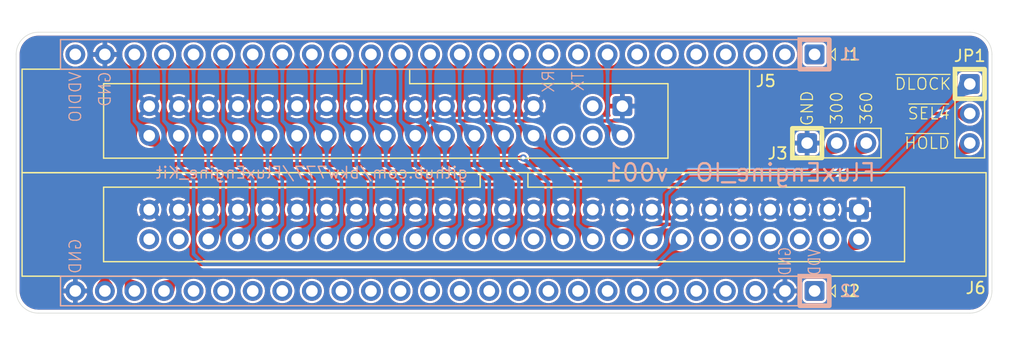
<source format=kicad_pcb>
(kicad_pcb (version 20240108) (generator "pcbnew") (generator_version "8.0")
  (title_block (title "FluxEngine_IO") (date "2024-04-08") (rev "001") (company "Brian K. White - b.kenyon.w@gmail.com") (comment 1 "github.com/bkw777/FluxEngine_Kit"))
  (layers (0 "F.Cu" signal) (31 "B.Cu" signal) (34 "B.Paste" user) (35 "F.Paste" user) (36 "B.SilkS" user "B.Silkscreen") (37 "F.SilkS" user "F.Silkscreen") (38 "B.Mask" user) (39 "F.Mask" user) (44 "Edge.Cuts" user))
  (net 0 "")
  (net 1 "GND")
  (net 2 "/INDEX300")
  (net 3 "/INDEX360")
  (net 4 "/~{WGAT}")
  (net 5 "/~{SEL3}")
  (net 6 "/~{REDWC}")
  (net 7 "/~{WDAT}")
  (net 8 "/~{SEL4}")
  (net 9 "/~{TR00}")
  (net 10 "/~{SIDE}")
  (net 11 "/~{INDEX}")
  (net 12 "/~{RDATA}")
  (net 13 "/~{WPROT}")
  (net 14 "/~{SEL1}")
  (net 15 "/~{SEL2}")
  (net 16 "/~{STEP}")
  (net 17 "/~{DIR}")
  (net 18 "/~{READY}")
  (net 19 "/TK43")
  (net 20 "/~{DLOCK}")
  (net 21 "/~{HLD}")
  (net 22 "/~{DCG}")
  (net 23 "/~{FD2S}")
  (net 53 "/TX")
  (net 63 "/RX")
  (footprint "000_LOCAL:IDC-Header_2x17_P2.54mm_Latch_Vertical - FDD" (layer "F.Cu") (at 154.94 99.06 -90)
    (property "Reference" "J5" (at -2.159 -12.319 0) (layer "F.SilkS"))
    (property "Value" "Conn_02x17_Odd_Even")
    (fp_line (start -3.175 51.562) (end -3.175 -10.922) (stroke (width 0.12)) (layer "F.SilkS"))
    (fp_line (start 5.715 51.562) (end -3.175 51.562) (stroke (width 0.12)) (layer "F.SilkS"))
    (fp_line (start -1.93 44.56) (end -1.93 22.37) (stroke (width 0.12)) (layer "F.SilkS"))
    (fp_line (start 4.47 44.56) (end -1.93 44.56) (stroke (width 0.12)) (layer "F.SilkS"))
    (fp_line (start -1.93 22.37) (end -3.175 22.37) (stroke (width 0.12)) (layer "F.SilkS"))
    (fp_line (start -1.93 22.37) (end -1.93 22.37) (stroke (width 0.12)) (layer "F.SilkS"))
    (fp_line (start -3.175 18.27) (end -1.93 18.27) (stroke (width 0.12)) (layer "F.SilkS"))
    (fp_line (start -1.93 18.27) (end -1.93 -3.92) (stroke (width 0.12)) (layer "F.SilkS"))
    (fp_line (start -1.93 -3.92) (end 4.47 -3.92) (stroke (width 0.12)) (layer "F.SilkS"))
    (fp_line (start 4.47 -3.92) (end 4.47 44.56) (stroke (width 0.12)) (layer "F.SilkS"))
    (fp_line (start -3.175 -10.922) (end 5.715 -10.922) (stroke (width 0.12)) (layer "F.SilkS"))
    (fp_line (start 5.715 -10.922) (end 5.715 51.562) (stroke (width 0.12)) (layer "F.SilkS"))
    (pad "1" thru_hole roundrect (at 0 0 270) (size 1.7 1.7) (drill 1) (layers "*.Cu" "*.Mask") (roundrect_rratio 0.147059) (net 1 "GND"))
    (pad "2" thru_hole circle (at 2.54 0 270) (size 1.7 1.7) (drill 1) (layers "*.Cu" "*.Mask") (net 6 "/~{REDWC}"))
    (pad "3" thru_hole circle (at 0 2.54 270) (size 1.7 1.7) (drill 1) (layers "*.Cu" "*.Mask"))
    (pad "4" thru_hole circle (at 2.54 2.54 270) (size 1.7 1.7) (drill 1) (layers "*.Cu" "*.Mask"))
    (pad "6" thru_hole circle (at 2.54 5.08 270) (size 1.7 1.7) (drill 1) (layers "*.Cu" "*.Mask"))
    (pad "7" thru_hole circle (at 0 7.62 270) (size 1.7 1.7) (drill 1) (layers "*.Cu" "*.Mask") (net 1 "GND"))
    (pad "8" thru_hole circle (at 2.54 7.62 270) (size 1.7 1.7) (drill 1) (layers "*.Cu" "*.Mask") (net 11 "/~{INDEX}"))
    (pad "9" thru_hole circle (at 0 10.16 270) (size 1.7 1.7) (drill 1) (layers "*.Cu" "*.Mask") (net 1 "GND"))
    (pad "10" thru_hole circle (at 2.54 10.16 270) (size 1.7 1.7) (drill 1) (layers "*.Cu" "*.Mask") (net 14 "/~{SEL1}"))
    (pad "11" thru_hole circle (at 0 12.7 270) (size 1.7 1.7) (drill 1) (layers "*.Cu" "*.Mask") (net 1 "GND"))
    (pad "12" thru_hole circle (at 2.54 12.7 270) (size 1.7 1.7) (drill 1) (layers "*.Cu" "*.Mask") (net 15 "/~{SEL2}"))
    (pad "13" thru_hole circle (at 0 15.24 270) (size 1.7 1.7) (drill 1) (layers "*.Cu" "*.Mask") (net 1 "GND"))
    (pad "14" thru_hole circle (at 2.54 15.24 270) (size 1.7 1.7) (drill 1) (layers "*.Cu" "*.Mask") (net 5 "/~{SEL3}"))
    (pad "15" thru_hole circle (at 0 17.78 270) (size 1.7 1.7) (drill 1) (layers "*.Cu" "*.Mask") (net 1 "GND"))
    (pad "16" thru_hole circle (at 2.54 17.78 270) (size 1.7 1.7) (drill 1) (layers "*.Cu" "*.Mask") (net 8 "/~{SEL4}"))
    (pad "17" thru_hole circle (at 0 20.32 270) (size 1.7 1.7) (drill 1) (layers "*.Cu" "*.Mask") (net 1 "GND"))
    (pad "18" thru_hole circle (at 2.54 20.32 270) (size 1.7 1.7) (drill 1) (layers "*.Cu" "*.Mask") (net 17 "/~{DIR}"))
    (pad "19" thru_hole circle (at 0 22.86 270) (size 1.7 1.7) (drill 1) (layers "*.Cu" "*.Mask") (net 1 "GND"))
    (pad "20" thru_hole circle (at 2.54 22.86 270) (size 1.7 1.7) (drill 1) (layers "*.Cu" "*.Mask") (net 16 "/~{STEP}"))
    (pad "21" thru_hole circle (at 0 25.4 270) (size 1.7 1.7) (drill 1) (layers "*.Cu" "*.Mask") (net 1 "GND"))
    (pad "22" thru_hole circle (at 2.54 25.4 270) (size 1.7 1.7) (drill 1) (layers "*.Cu" "*.Mask") (net 7 "/~{WDAT}"))
    (pad "23" thru_hole circle (at 0 27.94 270) (size 1.7 1.7) (drill 1) (layers "*.Cu" "*.Mask") (net 1 "GND"))
    (pad "24" thru_hole circle (at 2.54 27.94 270) (size 1.7 1.7) (drill 1) (layers "*.Cu" "*.Mask") (net 4 "/~{WGAT}"))
    (pad "25" thru_hole circle (at 0 30.48 270) (size 1.7 1.7) (drill 1) (layers "*.Cu" "*.Mask") (net 1 "GND"))
    (pad "26" thru_hole circle (at 2.54 30.48 270) (size 1.7 1.7) (drill 1) (layers "*.Cu" "*.Mask") (net 9 "/~{TR00}"))
    (pad "27" thru_hole circle (at 0 33.02 270) (size 1.7 1.7) (drill 1) (layers "*.Cu" "*.Mask") (net 1 "GND"))
    (pad "28" thru_hole circle (at 2.54 33.02 270) (size 1.7 1.7) (drill 1) (layers "*.Cu" "*.Mask") (net 13 "/~{WPROT}"))
    (pad "29" thru_hole circle (at 0 35.56 270) (size 1.7 1.7) (drill 1) (layers "*.Cu" "*.Mask") (net 1 "GND"))
    (pad "30" thru_hole circle (at 2.54 35.56 270) (size 1.7 1.7) (drill 1) (layers "*.Cu" "*.Mask") (net 12 "/~{RDATA}"))
    (pad "31" thru_hole circle (at 0 38.1 270) (size 1.7 1.7) (drill 1) (layers "*.Cu" "*.Mask") (net 1 "GND"))
    (pad "32" thru_hole circle (at 2.54 38.1 270) (size 1.7 1.7) (drill 1) (layers "*.Cu" "*.Mask") (net 10 "/~{SIDE}"))
    (pad "33" thru_hole circle (at 0 40.64 270) (size 1.7 1.7) (drill 1) (layers "*.Cu" "*.Mask") (net 1 "GND"))
    (pad "34" thru_hole circle (at 2.54 40.64 270) (size 1.7 1.7) (drill 1) (layers "*.Cu" "*.Mask") (net 18 "/~{READY}"))
  )
  (footprint "000_LOCAL:IDC-Header_2x25_P2.54mm_Latch_Vertical" (layer "F.Cu") (at 175.26 107.95 -90)
    (property "Reference" "J6" (at 6.731 -10.033 180) (layer "F.SilkS"))
    (property "Value" "Conn_02x25_Odd_Even")
    (fp_line (start -3.175 71.882) (end -3.175 -10.922) (stroke (width 0.12)) (layer "F.SilkS"))
    (fp_line (start 5.715 71.882) (end -3.175 71.882) (stroke (width 0.12)) (layer "F.SilkS"))
    (fp_line (start -1.93 64.88) (end -1.93 32.53) (stroke (width 0.12)) (layer "F.SilkS"))
    (fp_line (start 4.47 64.88) (end -1.93 64.88) (stroke (width 0.12)) (layer "F.SilkS"))
    (fp_line (start -1.93 32.53) (end -3.175 32.53) (stroke (width 0.12)) (layer "F.SilkS"))
    (fp_line (start -1.93 32.53) (end -1.93 32.53) (stroke (width 0.12)) (layer "F.SilkS"))
    (fp_line (start -3.175 28.43) (end -1.93 28.43) (stroke (width 0.12)) (layer "F.SilkS"))
    (fp_line (start -1.93 28.43) (end -1.93 -3.92) (stroke (width 0.12)) (layer "F.SilkS"))
    (fp_line (start -1.93 -3.92) (end 4.47 -3.92) (stroke (width 0.12)) (layer "F.SilkS"))
    (fp_line (start 4.47 -3.92) (end 4.47 64.88) (stroke (width 0.12)) (layer "F.SilkS"))
    (fp_line (start -3.175 -10.922) (end 5.715 -10.922) (stroke (width 0.12)) (layer "F.SilkS"))
    (fp_line (start 5.715 -10.922) (end 5.715 71.882) (stroke (width 0.12)) (layer "F.SilkS"))
    (pad "1" thru_hole roundrect (at 0 0 270) (size 1.7 1.7) (drill 1) (layers "*.Cu" "*.Mask") (roundrect_rratio 0.147059) (net 1 "GND"))
    (pad "2" thru_hole circle (at 2.54 0 270) (size 1.7 1.7) (drill 1) (layers "*.Cu" "*.Mask") (net 19 "/TK43"))
    (pad "3" thru_hole circle (at 0 2.54 270) (size 1.7 1.7) (drill 1) (layers "*.Cu" "*.Mask") (net 1 "GND"))
    (pad "4" thru_hole circle (at 2.54 2.54 270) (size 1.7 1.7) (drill 1) (layers "*.Cu" "*.Mask"))
    (pad "5" thru_hole circle (at 0 5.08 270) (size 1.7 1.7) (drill 1) (layers "*.Cu" "*.Mask") (net 1 "GND"))
    (pad "6" thru_hole circle (at 2.54 5.08 270) (size 1.7 1.7) (drill 1) (layers "*.Cu" "*.Mask"))
    (pad "7" thru_hole circle (at 0 7.62 270) (size 1.7 1.7) (drill 1) (layers "*.Cu" "*.Mask") (net 1 "GND"))
    (pad "8" thru_hole circle (at 2.54 7.62 270) (size 1.7 1.7) (drill 1) (layers "*.Cu" "*.Mask"))
    (pad "9" thru_hole circle (at 0 10.16 270) (size 1.7 1.7) (drill 1) (layers "*.Cu" "*.Mask") (net 1 "GND"))
    (pad "10" thru_hole circle (at 2.54 10.16 270) (size 1.7 1.7) (drill 1) (layers "*.Cu" "*.Mask") (net 23 "/~{FD2S}"))
    (pad "11" thru_hole circle (at 0 12.7 270) (size 1.7 1.7) (drill 1) (layers "*.Cu" "*.Mask") (net 1 "GND"))
    (pad "12" thru_hole circle (at 2.54 12.7 270) (size 1.7 1.7) (drill 1) (layers "*.Cu" "*.Mask") (net 22 "/~{DCG}"))
    (pad "13" thru_hole circle (at 0 15.24 270) (size 1.7 1.7) (drill 1) (layers "*.Cu" "*.Mask") (net 1 "GND"))
    (pad "14" thru_hole circle (at 2.54 15.24 270) (size 1.7 1.7) (drill 1) (layers "*.Cu" "*.Mask") (net 10 "/~{SIDE}"))
    (pad "15" thru_hole circle (at 0 17.78 270) (size 1.7 1.7) (drill 1) (layers "*.Cu" "*.Mask") (net 1 "GND"))
    (pad "16" thru_hole circle (at 2.54 17.78 270) (size 1.7 1.7) (drill 1) (layers "*.Cu" "*.Mask") (net 20 "/~{DLOCK}"))
    (pad "17" thru_hole circle (at 0 20.32 270) (size 1.7 1.7) (drill 1) (layers "*.Cu" "*.Mask") (net 1 "GND"))
    (pad "18" thru_hole circle (at 2.54 20.32 270) (size 1.7 1.7) (drill 1) (layers "*.Cu" "*.Mask") (net 21 "/~{HLD}"))
    (pad "19" thru_hole circle (at 0 22.86 270) (size 1.7 1.7) (drill 1) (layers "*.Cu" "*.Mask") (net 1 "GND"))
    (pad "20" thru_hole circle (at 2.54 22.86 270) (size 1.7 1.7) (drill 1) (layers "*.Cu" "*.Mask") (net 11 "/~{INDEX}"))
    (pad "21" thru_hole circle (at 0 25.4 270) (size 1.7 1.7) (drill 1) (layers "*.Cu" "*.Mask") (net 1 "GND"))
    (pad "22" thru_hole circle (at 2.54 25.4 270) (size 1.7 1.7) (drill 1) (layers "*.Cu" "*.Mask") (net 18 "/~{READY}"))
    (pad "23" thru_hole circle (at 0 27.94 270) (size 1.7 1.7) (drill 1) (layers "*.Cu" "*.Mask") (net 1 "GND"))
    (pad "24" thru_hole circle (at 2.54 27.94 270) (size 1.7 1.7) (drill 1) (layers "*.Cu" "*.Mask"))
    (pad "25" thru_hole circle (at 0 30.48 270) (size 1.7 1.7) (drill 1) (layers "*.Cu" "*.Mask") (net 1 "GND"))
    (pad "26" thru_hole circle (at 2.54 30.48 270) (size 1.7 1.7) (drill 1) (layers "*.Cu" "*.Mask") (net 14 "/~{SEL1}"))
    (pad "27" thru_hole circle (at 0 33.02 270) (size 1.7 1.7) (drill 1) (layers "*.Cu" "*.Mask") (net 1 "GND"))
    (pad "28" thru_hole circle (at 2.54 33.02 270) (size 1.7 1.7) (drill 1) (layers "*.Cu" "*.Mask") (net 15 "/~{SEL2}"))
    (pad "29" thru_hole circle (at 0 35.56 270) (size 1.7 1.7) (drill 1) (layers "*.Cu" "*.Mask") (net 1 "GND"))
    (pad "30" thru_hole circle (at 2.54 35.56 270) (size 1.7 1.7) (drill 1) (layers "*.Cu" "*.Mask") (net 5 "/~{SEL3}"))
    (pad "31" thru_hole circle (at 0 38.1 270) (size 1.7 1.7) (drill 1) (layers "*.Cu" "*.Mask") (net 1 "GND"))
    (pad "32" thru_hole circle (at 2.54 38.1 270) (size 1.7 1.7) (drill 1) (layers "*.Cu" "*.Mask") (net 8 "/~{SEL4}"))
    (pad "33" thru_hole circle (at 0 40.64 270) (size 1.7 1.7) (drill 1) (layers "*.Cu" "*.Mask") (net 1 "GND"))
    (pad "34" thru_hole circle (at 2.54 40.64 270) (size 1.7 1.7) (drill 1) (layers "*.Cu" "*.Mask") (net 17 "/~{DIR}"))
    (pad "35" thru_hole circle (at 0 43.18 270) (size 1.7 1.7) (drill 1) (layers "*.Cu" "*.Mask") (net 1 "GND"))
    (pad "36" thru_hole circle (at 2.54 43.18 270) (size 1.7 1.7) (drill 1) (layers "*.Cu" "*.Mask") (net 16 "/~{STEP}"))
    (pad "37" thru_hole circle (at 0 45.72 270) (size 1.7 1.7) (drill 1) (layers "*.Cu" "*.Mask") (net 1 "GND"))
    (pad "38" thru_hole circle (at 2.54 45.72 270) (size 1.7 1.7) (drill 1) (layers "*.Cu" "*.Mask") (net 7 "/~{WDAT}"))
    (pad "39" thru_hole circle (at 0 48.26 270) (size 1.7 1.7) (drill 1) (layers "*.Cu" "*.Mask") (net 1 "GND"))
    (pad "40" thru_hole circle (at 2.54 48.26 270) (size 1.7 1.7) (drill 1) (layers "*.Cu" "*.Mask") (net 4 "/~{WGAT}"))
    (pad "41" thru_hole circle (at 0 50.8 270) (size 1.7 1.7) (drill 1) (layers "*.Cu" "*.Mask") (net 1 "GND"))
    (pad "42" thru_hole circle (at 2.54 50.8 270) (size 1.7 1.7) (drill 1) (layers "*.Cu" "*.Mask") (net 9 "/~{TR00}"))
    (pad "43" thru_hole circle (at 0 53.34 270) (size 1.7 1.7) (drill 1) (layers "*.Cu" "*.Mask") (net 1 "GND"))
    (pad "44" thru_hole circle (at 2.54 53.34 270) (size 1.7 1.7) (drill 1) (layers "*.Cu" "*.Mask") (net 13 "/~{WPROT}"))
    (pad "45" thru_hole circle (at 0 55.88 270) (size 1.7 1.7) (drill 1) (layers "*.Cu" "*.Mask") (net 1 "GND"))
    (pad "46" thru_hole circle (at 2.54 55.88 270) (size 1.7 1.7) (drill 1) (layers "*.Cu" "*.Mask") (net 12 "/~{RDATA}"))
    (pad "47" thru_hole circle (at 0 58.42 270) (size 1.7 1.7) (drill 1) (layers "*.Cu" "*.Mask") (net 1 "GND"))
    (pad "48" thru_hole circle (at 2.54 58.42 270) (size 1.7 1.7) (drill 1) (layers "*.Cu" "*.Mask"))
    (pad "49" thru_hole circle (at 0 60.96 270) (size 1.7 1.7) (drill 1) (layers "*.Cu" "*.Mask") (net 1 "GND"))
    (pad "50" thru_hole circle (at 2.54 60.96 270) (size 1.7 1.7) (drill 1) (layers "*.Cu" "*.Mask"))
  )
  (footprint "000_LOCAL:PinHeader_1x03_P2.54mm_Vertical" (layer "F.Cu") (at 184.785 97.155)
    (property "Reference" "JP1" (at 0 -2.413 0) (layer "F.SilkS"))
    (property "Value" "Conn_01x03")
    (fp_line (start -1.27 -1.27) (end -1.27 6.35) (stroke (width 0.12)) (layer "F.SilkS"))
    (fp_line (start -1.27 -1.27) (end 1.27 -1.27) (stroke (width 0.12)) (layer "F.SilkS"))
    (fp_line (start -1.27 6.35) (end 1.27 6.35) (stroke (width 0.12)) (layer "F.SilkS"))
    (fp_line (start 1.27 -1.27) (end 1.27 6.35) (stroke (width 0.12)) (layer "F.SilkS"))
    (fp_rect (start -1.27 -1.27) (end 1.27 1.27) (stroke (width 0.4)) (fill none) (layer "F.SilkS"))
    (pad "1" thru_hole roundrect (at 0 0) (size 1.7 1.7) (drill 1) (layers "*.Cu" "*.Mask") (roundrect_rratio 0.1470588235) (net 20 "/~{DLOCK}"))
    (pad "2" thru_hole oval (at 0 2.54) (size 1.7 1.7) (drill 1) (layers "*.Cu" "*.Mask") (net 8 "/~{SEL4}"))
    (pad "3" thru_hole oval (at 0 5.08) (size 1.7 1.7) (drill 1) (layers "*.Cu" "*.Mask") (net 21 "/~{HLD}"))
  )
  (footprint "000_LOCAL:PinHeader_1x03_P2.54mm_Vertical" (layer "F.Cu") (at 170.815 102.235 90)
    (property "Reference" "J3" (at -0.889 -2.54 180) (layer "F.SilkS"))
    (property "Value" "Conn_01x03")
    (fp_line (start 1.27 -1.27) (end 1.27 6.35) (stroke (width 0.12)) (layer "F.SilkS"))
    (fp_line (start -1.27 -1.27) (end 1.27 -1.27) (stroke (width 0.12)) (layer "F.SilkS"))
    (fp_line (start -1.27 -1.27) (end -1.27 6.35) (stroke (width 0.12)) (layer "F.SilkS"))
    (fp_line (start -1.27 6.35) (end 1.27 6.35) (stroke (width 0.12)) (layer "F.SilkS"))
    (fp_rect (start -1.27 -1.27) (end 1.27 1.27) (stroke (width 0.4)) (fill none) (layer "F.SilkS"))
    (pad "1" thru_hole roundrect (at 0 0 90) (size 1.7 1.7) (drill 1) (layers "*.Cu" "*.Mask") (roundrect_rratio 0.1470588235) (net 1 "GND"))
    (pad "2" thru_hole oval (at 0 2.54 90) (size 1.7 1.7) (drill 1) (layers "*.Cu" "*.Mask") (net 2 "/INDEX300"))
    (pad "3" thru_hole oval (at 0 5.08 90) (size 1.7 1.7) (drill 1) (layers "*.Cu" "*.Mask") (net 3 "/INDEX360"))
  )
  (footprint "000_LOCAL:PinHeader_1x26_P2.54mm_Vertical" (layer "B.Cu") (at 171.45 94.615 90)
    (property "Reference" "J1" (at 0 3.048 180) (layer "B.SilkS") (effects (justify mirror)))
    (property "Value" "Conn_01x26")
    (fp_line (start 1.27 -64.77) (end -1.27 -64.77) (stroke (width 0.12)) (layer "B.SilkS"))
    (fp_line (start 1.27 -64.77) (end 1.27 1.27) (stroke (width 0.12)) (layer "B.SilkS"))
    (fp_line (start -1.27 -64.77) (end -1.27 1.27) (stroke (width 0.12)) (layer "B.SilkS"))
    (fp_line (start 1.27 1.27) (end -1.27 1.27) (stroke (width 0.12)) (layer "B.SilkS"))
    (fp_rect (start 1.27 -1.27) (end -1.27 1.27) (stroke (width 0.4)) (fill none) (layer "B.SilkS"))
    (pad "1" thru_hole roundrect (at 0 0 90) (size 1.7 1.7) (drill 1) (layers "*.Cu" "*.Mask") (roundrect_rratio 0.1470588235))
    (pad "2" thru_hole oval (at 0 -2.54 90) (size 1.7 1.7) (drill 1) (layers "*.Cu" "*.Mask"))
    (pad "3" thru_hole oval (at 0 -5.08 90) (size 1.7 1.7) (drill 1) (layers "*.Cu" "*.Mask"))
    (pad "4" thru_hole oval (at 0 -7.62 90) (size 1.7 1.7) (drill 1) (layers "*.Cu" "*.Mask"))
    (pad "5" thru_hole oval (at 0 -10.16 90) (size 1.7 1.7) (drill 1) (layers "*.Cu" "*.Mask"))
    (pad "6" thru_hole oval (at 0 -12.7 90) (size 1.7 1.7) (drill 1) (layers "*.Cu" "*.Mask"))
    (pad "7" thru_hole oval (at 0 -15.24 90) (size 1.7 1.7) (drill 1) (layers "*.Cu" "*.Mask"))
    (pad "8" thru_hole oval (at 0 -17.78 90) (size 1.7 1.7) (drill 1) (layers "*.Cu" "*.Mask") (net 6 "/~{REDWC}"))
    (pad "9" thru_hole oval (at 0 -20.32 90) (size 1.7 1.7) (drill 1) (layers "*.Cu" "*.Mask") (net 53 "/TX"))
    (pad "10" thru_hole oval (at 0 -22.86 90) (size 1.7 1.7) (drill 1) (layers "*.Cu" "*.Mask") (net 63 "/RX"))
    (pad "11" thru_hole oval (at 0 -25.4 90) (size 1.7 1.7) (drill 1) (layers "*.Cu" "*.Mask") (net 11 "/~{INDEX}"))
    (pad "12" thru_hole oval (at 0 -27.94 90) (size 1.7 1.7) (drill 1) (layers "*.Cu" "*.Mask") (net 14 "/~{SEL1}"))
    (pad "13" thru_hole oval (at 0 -30.48 90) (size 1.7 1.7) (drill 1) (layers "*.Cu" "*.Mask") (net 15 "/~{SEL2}"))
    (pad "14" thru_hole oval (at 0 -33.02 90) (size 1.7 1.7) (drill 1) (layers "*.Cu" "*.Mask") (net 5 "/~{SEL3}"))
    (pad "15" thru_hole oval (at 0 -35.56 90) (size 1.7 1.7) (drill 1) (layers "*.Cu" "*.Mask") (net 8 "/~{SEL4}"))
    (pad "16" thru_hole oval (at 0 -38.1 90) (size 1.7 1.7) (drill 1) (layers "*.Cu" "*.Mask") (net 17 "/~{DIR}"))
    (pad "17" thru_hole oval (at 0 -40.64 90) (size 1.7 1.7) (drill 1) (layers "*.Cu" "*.Mask") (net 16 "/~{STEP}"))
    (pad "18" thru_hole oval (at 0 -43.18 90) (size 1.7 1.7) (drill 1) (layers "*.Cu" "*.Mask") (net 7 "/~{WDAT}"))
    (pad "19" thru_hole oval (at 0 -45.72 90) (size 1.7 1.7) (drill 1) (layers "*.Cu" "*.Mask") (net 4 "/~{WGAT}"))
    (pad "20" thru_hole oval (at 0 -48.26 90) (size 1.7 1.7) (drill 1) (layers "*.Cu" "*.Mask") (net 9 "/~{TR00}"))
    (pad "21" thru_hole oval (at 0 -50.8 90) (size 1.7 1.7) (drill 1) (layers "*.Cu" "*.Mask") (net 13 "/~{WPROT}"))
    (pad "22" thru_hole oval (at 0 -53.34 90) (size 1.7 1.7) (drill 1) (layers "*.Cu" "*.Mask") (net 12 "/~{RDATA}"))
    (pad "23" thru_hole oval (at 0 -55.88 90) (size 1.7 1.7) (drill 1) (layers "*.Cu" "*.Mask") (net 10 "/~{SIDE}"))
    (pad "24" thru_hole oval (at 0 -58.42 90) (size 1.7 1.7) (drill 1) (layers "*.Cu" "*.Mask") (net 18 "/~{READY}"))
    (pad "25" thru_hole oval (at 0 -60.96 90) (size 1.7 1.7) (drill 1) (layers "*.Cu" "*.Mask") (net 1 "GND"))
    (pad "26" thru_hole oval (at 0 -63.5 90) (size 1.7 1.7) (drill 1) (layers "*.Cu" "*.Mask"))
  )
  (footprint "000_LOCAL:PinHeader_1x26_P2.54mm_Vertical" (layer "B.Cu") (at 171.45 114.935 90)
    (property "Reference" "J2" (at 0 3.048 180) (layer "B.SilkS") (effects (justify mirror)))
    (property "Value" "Conn_01x26")
    (fp_line (start 1.27 -64.77) (end -1.27 -64.77) (stroke (width 0.12)) (layer "B.SilkS"))
    (fp_line (start 1.27 -64.77) (end 1.27 1.27) (stroke (width 0.12)) (layer "B.SilkS"))
    (fp_line (start -1.27 -64.77) (end -1.27 1.27) (stroke (width 0.12)) (layer "B.SilkS"))
    (fp_line (start 1.27 1.27) (end -1.27 1.27) (stroke (width 0.12)) (layer "B.SilkS"))
    (fp_rect (start 1.27 -1.27) (end -1.27 1.27) (stroke (width 0.4)) (fill none) (layer "B.SilkS"))
    (pad "1" thru_hole roundrect (at 0 0 90) (size 1.7 1.7) (drill 1) (layers "*.Cu" "*.Mask") (roundrect_rratio 0.1470588235))
    (pad "2" thru_hole oval (at 0 -2.54 90) (size 1.7 1.7) (drill 1) (layers "*.Cu" "*.Mask") (net 1 "GND"))
    (pad "3" thru_hole oval (at 0 -5.08 90) (size 1.7 1.7) (drill 1) (layers "*.Cu" "*.Mask"))
    (pad "4" thru_hole oval (at 0 -7.62 90) (size 1.7 1.7) (drill 1) (layers "*.Cu" "*.Mask"))
    (pad "5" thru_hole oval (at 0 -10.16 90) (size 1.7 1.7) (drill 1) (layers "*.Cu" "*.Mask"))
    (pad "6" thru_hole oval (at 0 -12.7 90) (size 1.7 1.7) (drill 1) (layers "*.Cu" "*.Mask"))
    (pad "7" thru_hole oval (at 0 -15.24 90) (size 1.7 1.7) (drill 1) (layers "*.Cu" "*.Mask"))
    (pad "8" thru_hole oval (at 0 -17.78 90) (size 1.7 1.7) (drill 1) (layers "*.Cu" "*.Mask"))
    (pad "9" thru_hole oval (at 0 -20.32 90) (size 1.7 1.7) (drill 1) (layers "*.Cu" "*.Mask"))
    (pad "10" thru_hole oval (at 0 -22.86 90) (size 1.7 1.7) (drill 1) (layers "*.Cu" "*.Mask"))
    (pad "11" thru_hole oval (at 0 -25.4 90) (size 1.7 1.7) (drill 1) (layers "*.Cu" "*.Mask"))
    (pad "12" thru_hole oval (at 0 -27.94 90) (size 1.7 1.7) (drill 1) (layers "*.Cu" "*.Mask"))
    (pad "13" thru_hole oval (at 0 -30.48 90) (size 1.7 1.7) (drill 1) (layers "*.Cu" "*.Mask"))
    (pad "14" thru_hole oval (at 0 -33.02 90) (size 1.7 1.7) (drill 1) (layers "*.Cu" "*.Mask"))
    (pad "15" thru_hole oval (at 0 -35.56 90) (size 1.7 1.7) (drill 1) (layers "*.Cu" "*.Mask"))
    (pad "16" thru_hole oval (at 0 -38.1 90) (size 1.7 1.7) (drill 1) (layers "*.Cu" "*.Mask"))
    (pad "17" thru_hole oval (at 0 -40.64 90) (size 1.7 1.7) (drill 1) (layers "*.Cu" "*.Mask"))
    (pad "18" thru_hole oval (at 0 -43.18 90) (size 1.7 1.7) (drill 1) (layers "*.Cu" "*.Mask"))
    (pad "19" thru_hole oval (at 0 -45.72 90) (size 1.7 1.7) (drill 1) (layers "*.Cu" "*.Mask"))
    (pad "20" thru_hole oval (at 0 -48.26 90) (size 1.7 1.7) (drill 1) (layers "*.Cu" "*.Mask"))
    (pad "21" thru_hole oval (at 0 -50.8 90) (size 1.7 1.7) (drill 1) (layers "*.Cu" "*.Mask"))
    (pad "22" thru_hole oval (at 0 -53.34 90) (size 1.7 1.7) (drill 1) (layers "*.Cu" "*.Mask"))
    (pad "23" thru_hole oval (at 0 -55.88 90) (size 1.7 1.7) (drill 1) (layers "*.Cu" "*.Mask") (net 19 "/TK43"))
    (pad "24" thru_hole oval (at 0 -58.42 90) (size 1.7 1.7) (drill 1) (layers "*.Cu" "*.Mask") (net 3 "/INDEX360"))
    (pad "25" thru_hole oval (at 0 -60.96 90) (size 1.7 1.7) (drill 1) (layers "*.Cu" "*.Mask") (net 2 "/INDEX300"))
    (pad "26" thru_hole oval (at 0 -63.5 90) (size 1.7 1.7) (drill 1) (layers "*.Cu" "*.Mask") (net 1 "GND"))
  )
  (gr_line (start 173.228 95.123) (end 172.72 94.615) (stroke (width 0.1)) (layer "F.SilkS"))
  (gr_line (start 172.72 114.935) (end 173.228 114.427) (stroke (width 0.1)) (layer "F.SilkS"))
  (gr_line (start 173.228 94.107) (end 173.228 95.123) (stroke (width 0.1)) (layer "F.SilkS"))
  (gr_line (start 173.228 114.427) (end 173.228 115.443) (stroke (width 0.1)) (layer "F.SilkS"))
  (gr_line (start 172.72 94.615) (end 173.228 94.107) (stroke (width 0.1)) (layer "F.SilkS"))
  (gr_line (start 173.228 115.443) (end 172.72 114.935) (stroke (width 0.1)) (layer "F.SilkS"))
  (gr_arc (start 102.87 94.615) (mid 103.427962 93.267962) (end 104.775 92.71) (stroke (width 0.05)) (layer "Edge.Cuts"))
  (gr_arc (start 184.785 92.710001) (mid 186.132038 93.267962) (end 186.689999 94.615) (stroke (width 0.05)) (layer "Edge.Cuts"))
  (gr_arc (start 186.689999 114.935) (mid 186.132038 116.282038) (end 184.785 116.839999) (stroke (width 0.05)) (layer "Edge.Cuts"))
  (gr_line (start 186.689999 114.935) (end 186.689999 94.615) (stroke (width 0.05)) (layer "Edge.Cuts"))
  (gr_line (start 184.785 92.710001) (end 104.775 92.710001) (stroke (width 0.05)) (layer "Edge.Cuts"))
  (gr_line (start 102.87 94.615) (end 102.87 114.935) (stroke (width 0.05)) (layer "Edge.Cuts"))
  (gr_line (start 104.775 116.839999) (end 184.785 116.839999) (stroke (width 0.05)) (layer "Edge.Cuts"))
  (gr_arc (start 104.775 116.839999) (mid 103.427962 116.282038) (end 102.870001 114.935) (stroke (width 0.05)) (layer "Edge.Cuts"))
  (gr_text "VDD" (at 171.45 113.665 90) (layer "B.SilkS") (effects (font (size 1 0.8) (thickness 0.1)) (justify right mirror)))
  (gr_text "${TITLE}  v${REVISION}" (at 165.1 104.775 0) (layer "B.SilkS") (effects (font (size 1.5 1.5) (thickness 0.2)) (justify mirror)))
  (gr_text "GND" (at 107.95 113.538 90) (layer "B.SilkS") (effects (font (size 1 1) (thickness 0.1)) (justify right mirror)))
  (gr_text "GND" (at 110.49 96.012 90) (layer "B.SilkS") (effects (font (size 1 1) (thickness 0.1)) (justify left mirror)))
  (gr_text "TX" (at 151.13 96.012 90) (layer "B.SilkS") (effects (font (size 1 1) (thickness 0.1)) (justify left mirror)))
  (gr_text "GND" (at 168.91 113.665 90) (layer "B.SilkS") (effects (font (size 1 0.8) (thickness 0.1)) (justify right mirror)))
  (gr_text "RX" (at 148.59 95.885 90) (layer "B.SilkS") (effects (font (size 1 1) (thickness 0.1)) (justify left mirror)))
  (gr_text "${COMMENT1}" (at 128.27 104.775 0) (layer "B.SilkS") (effects (font (size 1 1) (thickness 0.12)) (justify mirror)))
  (gr_text "VDDIO" (at 107.95 96.012 90) (layer "B.SilkS") (effects (font (size 1 1) (thickness 0.1)) (justify left mirror)))
  (gr_text "360" (at 175.895 100.711 90) (layer "F.SilkS") (effects (font (size 1 1) (thickness 0.1)) (justify left)))
  (gr_text "J1" (at 174.498 94.615 0) (layer "F.SilkS") (effects (font (size 1 1))))
  (gr_text "~{DLOCK}" (at 183.261 97.155 0) (layer "F.SilkS") (effects (font (size 1 1) (thickness 0.1)) (justify right)))
  (gr_text "~{SEL4}" (at 183.134 99.695 0) (layer "F.SilkS") (effects (font (size 1 1) (thickness 0.1)) (justify right)))
  (gr_text "GND" (at 170.815 100.838 90) (layer "F.SilkS") (effects (font (size 1 1) (thickness 0.1)) (justify left)))
  (gr_text "300" (at 173.355 100.711 90) (layer "F.SilkS") (effects (font (size 1 1) (thickness 0.1)) (justify left)))
  (gr_text "~{HOLD}" (at 183.134 102.235 0) (layer "F.SilkS") (effects (font (size 1 1) (thickness 0.1)) (justify right)))
  (gr_text "J2" (at 174.498 114.935 0) (layer "F.SilkS") (effects (font (size 1 1))))
  (segment (start 173.355 102.235) (end 170.942 104.648) (width 0.3) (layer "F.Cu") (net 2))
  (segment (start 112.522 104.648) (end 110.49 106.68) (width 0.3) (layer "F.Cu") (net 2))
  (segment (start 170.942 104.648) (end 112.522 104.648) (width 0.3) (layer "F.Cu") (net 2))
  (segment (start 110.49 106.68) (end 110.49 114.935) (width 0.3) (layer "F.Cu") (net 2))
  (segment (start 112.395 114.3) (end 113.03 114.935) (width 0.3) (layer "F.Cu") (net 3))
  (segment (start 172.338999 105.791) (end 113.284 105.791) (width 0.3) (layer "F.Cu") (net 3))
  (segment (start 175.894999 102.235) (end 172.338999 105.791) (width 0.3) (layer "F.Cu") (net 3))
  (segment (start 112.395 106.68) (end 112.395 114.3) (width 0.3) (layer "F.Cu") (net 3))
  (segment (start 113.284 105.791) (end 112.395 106.68) (width 0.3) (layer "F.Cu") (net 3))
  (segment (start 127 101.6) (end 125.73 100.33) (width 0.3) (layer "B.Cu") (net 4))
  (segment (start 127 104.14) (end 127 101.6) (width 0.3) (layer "B.Cu") (net 4))
  (segment (start 128.27 109.22) (end 128.27 105.41) (width 0.3) (layer "B.Cu") (net 4))
  (segment (start 125.73 100.33) (end 125.73 94.615) (width 0.3) (layer "B.Cu") (net 4))
  (segment (start 128.27 105.41) (end 127 104.14) (width 0.3) (layer "B.Cu") (net 4))
  (segment (start 127 110.49) (end 128.27 109.22) (width 0.3) (layer "B.Cu") (net 4))
  (segment (start 140.97 109.22) (end 140.97 105.41) (width 0.3) (layer "B.Cu") (net 5))
  (segment (start 140.97 105.41) (end 139.7 104.14) (width 0.3) (layer "B.Cu") (net 5))
  (segment (start 139.7 110.49) (end 140.97 109.22) (width 0.3) (layer "B.Cu") (net 5))
  (segment (start 139.7 101.6) (end 138.43 100.33) (width 0.3) (layer "B.Cu") (net 5))
  (segment (start 139.7 104.14) (end 139.7 101.6) (width 0.3) (layer "B.Cu") (net 5))
  (segment (start 138.43 100.33) (end 138.43 94.615) (width 0.3) (layer "B.Cu") (net 5))
  (segment (start 153.67 100.33) (end 153.67 94.615) (width 0.3) (layer "B.Cu") (net 6))
  (segment (start 154.94 101.6) (end 153.67 100.33) (width 0.3) (layer "B.Cu") (net 6))
  (segment (start 128.27 100.33) (end 128.27 94.615) (width 0.3) (layer "B.Cu") (net 7))
  (segment (start 129.54 110.49) (end 130.81 109.22) (width 0.3) (layer "B.Cu") (net 7))
  (segment (start 129.54 104.14) (end 129.54 101.6) (width 0.3) (layer "B.Cu") (net 7))
  (segment (start 129.54 101.6) (end 128.27 100.33) (width 0.3) (layer "B.Cu") (net 7))
  (segment (start 130.81 105.41) (end 129.54 104.14) (width 0.3) (layer "B.Cu") (net 7))
  (segment (start 130.81 109.22) (end 130.81 105.41) (width 0.3) (layer "B.Cu") (net 7))
  (segment (start 137.16 101.6) (end 138.43 100.33) (width 0.3) (layer "F.Cu") (net 8))
  (segment (start 138.43 100.33) (end 162.56 100.33) (width 0.3) (layer "F.Cu") (net 8))
  (segment (start 162.56 100.33) (end 163.195 99.695) (width 0.3) (layer "F.Cu") (net 8))
  (segment (start 163.195 99.695) (end 184.785 99.695) (width 0.3) (layer "F.Cu") (net 8))
  (segment (start 138.43 105.41) (end 137.16 104.14) (width 0.3) (layer "B.Cu") (net 8))
  (segment (start 137.16 104.14) (end 137.16 101.6) (width 0.3) (layer "B.Cu") (net 8))
  (segment (start 135.89 100.33) (end 135.89 94.615) (width 0.3) (layer "B.Cu") (net 8))
  (segment (start 137.16 110.49) (end 138.43 109.22) (width 0.3) (layer "B.Cu") (net 8))
  (segment (start 138.43 109.22) (end 138.43 105.41) (width 0.3) (layer "B.Cu") (net 8))
  (segment (start 137.16 101.6) (end 135.89 100.33) (width 0.3) (layer "B.Cu") (net 8))
  (segment (start 125.73 109.22) (end 125.73 105.41) (width 0.3) (layer "B.Cu") (net 9))
  (segment (start 124.46 104.14) (end 124.46 101.6) (width 0.3) (layer "B.Cu") (net 9))
  (segment (start 123.19 100.33) (end 123.19 94.615) (width 0.3) (layer "B.Cu") (net 9))
  (segment (start 124.46 101.6) (end 123.19 100.33) (width 0.3) (layer "B.Cu") (net 9))
  (segment (start 124.46 110.49) (end 125.73 109.22) (width 0.3) (layer "B.Cu") (net 9))
  (segment (start 125.73 105.41) (end 124.46 104.14) (width 0.3) (layer "B.Cu") (net 9))
  (segment (start 116.84 104.14) (end 116.84 101.6) (width 0.3) (layer "B.Cu") (net 10))
  (segment (start 157.861 112.649) (end 118.999 112.649) (width 0.3) (layer "B.Cu") (net 10))
  (segment (start 160.02 110.49) (end 157.861 112.649) (width 0.3) (layer "B.Cu") (net 10))
  (segment (start 118.999 112.649) (end 118.11 111.76) (width 0.3) (layer "B.Cu") (net 10))
  (segment (start 118.11 105.41) (end 116.84 104.14) (width 0.3) (layer "B.Cu") (net 10))
  (segment (start 116.84 101.6) (end 115.57 100.33) (width 0.3) (layer "B.Cu") (net 10))
  (segment (start 118.11 111.76) (end 118.11 105.41) (width 0.3) (layer "B.Cu") (net 10))
  (segment (start 115.57 100.33) (end 115.57 94.615) (width 0.3) (layer "B.Cu") (net 10))
  (segment (start 151.13 105.41) (end 147.32 101.6) (width 0.3) (layer "B.Cu") (net 11))
  (segment (start 152.4 110.49) (end 151.13 109.22) (width 0.3) (layer "B.Cu") (net 11))
  (segment (start 147.32 101.6) (end 146.05 100.33) (width 0.3) (layer "B.Cu") (net 11))
  (segment (start 151.13 109.22) (end 151.13 105.41) (width 0.3) (layer "B.Cu") (net 11))
  (segment (start 146.05 100.33) (end 146.05 94.615) (width 0.3) (layer "B.Cu") (net 11))
  (segment (start 120.65 105.41) (end 119.38 104.14) (width 0.3) (layer "B.Cu") (net 12))
  (segment (start 120.65 109.22) (end 120.65 105.41) (width 0.3) (layer "B.Cu") (net 12))
  (segment (start 119.38 101.6) (end 118.11 100.33) (width 0.3) (layer "B.Cu") (net 12))
  (segment (start 118.11 100.33) (end 118.11 94.615) (width 0.3) (layer "B.Cu") (net 12))
  (segment (start 119.38 110.49) (end 120.65 109.22) (width 0.3) (layer "B.Cu") (net 12))
  (segment (start 119.38 104.14) (end 119.38 101.6) (width 0.3) (layer "B.Cu") (net 12))
  (segment (start 123.19 105.41) (end 121.92 104.14) (width 0.3) (layer "B.Cu") (net 13))
  (segment (start 123.19 109.22) (end 123.19 105.41) (width 0.3) (layer "B.Cu") (net 13))
  (segment (start 121.92 101.6) (end 120.65 100.33) (width 0.3) (layer "B.Cu") (net 13))
  (segment (start 120.65 100.33) (end 120.65 94.615) (width 0.3) (layer "B.Cu") (net 13))
  (segment (start 121.92 110.49) (end 123.19 109.22) (width 0.3) (layer "B.Cu") (net 13))
  (segment (start 121.92 104.14) (end 121.92 101.6) (width 0.3) (layer "B.Cu") (net 13))
  (segment (start 146.05 109.22) (end 146.05 105.41) (width 0.3) (layer "B.Cu") (net 14))
  (segment (start 146.05 105.41) (end 144.78 104.14) (width 0.3) (layer "B.Cu") (net 14))
  (segment (start 144.78 110.49) (end 146.05 109.22) (width 0.3) (layer "B.Cu") (net 14))
  (segment (start 143.51 100.33) (end 143.51 94.615) (width 0.3) (layer "B.Cu") (net 14))
  (segment (start 144.78 101.6) (end 143.51 100.33) (width 0.3) (layer "B.Cu") (net 14))
  (segment (start 144.78 104.14) (end 144.78 101.6) (width 0.3) (layer "B.Cu") (net 14))
  (segment (start 143.51 105.41) (end 142.24 104.14) (width 0.3) (layer "B.Cu") (net 15))
  (segment (start 143.51 109.22) (end 143.51 105.41) (width 0.3) (layer "B.Cu") (net 15))
  (segment (start 142.24 110.49) (end 143.51 109.22) (width 0.3) (layer "B.Cu") (net 15))
  (segment (start 142.24 101.6) (end 140.97 100.33) (width 0.3) (layer "B.Cu") (net 15))
  (segment (start 142.24 104.14) (end 142.24 101.6) (width 0.3) (layer "B.Cu") (net 15))
  (segment (start 140.97 100.33) (end 140.97 94.615) (width 0.3) (layer "B.Cu") (net 15))
  (segment (start 132.08 110.49) (end 133.35 109.22) (width 0.3) (layer "B.Cu") (net 16))
  (segment (start 130.81 100.33) (end 130.81 94.615) (width 0.3) (layer "B.Cu") (net 16))
  (segment (start 132.08 101.6) (end 130.81 100.33) (width 0.3) (layer "B.Cu") (net 16))
  (segment (start 133.35 105.41) (end 132.08 104.14) (width 0.3) (layer "B.Cu") (net 16))
  (segment (start 132.08 104.14) (end 132.08 101.6) (width 0.3) (layer "B.Cu") (net 16))
  (segment (start 133.35 109.22) (end 133.35 105.41) (width 0.3) (layer "B.Cu") (net 16))
  (segment (start 135.89 105.41) (end 134.62 104.14) (width 0.3) (layer "B.Cu") (net 17))
  (segment (start 134.62 110.49) (end 135.89 109.22) (width 0.3) (layer "B.Cu") (net 17))
  (segment (start 134.62 104.14) (end 134.62 101.6) (width 0.3) (layer "B.Cu") (net 17))
  (segment (start 133.35 100.33) (end 133.35 94.615) (width 0.3) (layer "B.Cu") (net 17))
  (segment (start 134.62 101.6) (end 133.35 100.33) (width 0.3) (layer "B.Cu") (net 17))
  (segment (start 135.89 109.22) (end 135.89 105.41) (width 0.3) (layer "B.Cu") (net 17))
  (segment (start 146.431 103.505) (end 116.205 103.505) (width 0.3) (layer "F.Cu") (net 18))
  (segment (start 116.205 103.505) (end 114.3 101.6) (width 0.3) (layer "F.Cu") (net 18))
  (via (at 146.431 103.505) (size 0.6) (drill 0.3) (layers "F.Cu" "B.Cu") (net 18))
  (segment (start 148.59 105.664) (end 148.59 109.22) (width 0.3) (layer "B.Cu") (net 18))
  (segment (start 148.59 109.22) (end 149.86 110.49) (width 0.3) (layer "B.Cu") (net 18))
  (segment (start 113.03 100.33) (end 113.03 94.615) (width 0.3) (layer "B.Cu") (net 18))
  (segment (start 114.3 101.6) (end 113.03 100.33) (width 0.3) (layer "B.Cu") (net 18))
  (segment (start 146.431 103.505) (end 148.59 105.664) (width 0.3) (layer "B.Cu") (net 18))
  (segment (start 115.57 114.935) (end 115.57 114.3) (width 0.3) (layer "F.Cu") (net 19))
  (segment (start 117.856 112.649) (end 173.101 112.649) (width 0.3) (layer "F.Cu") (net 19))
  (segment (start 115.57 114.935) (end 117.856 112.649) (width 0.3) (layer "F.Cu") (net 19))
  (segment (start 173.101 112.649) (end 175.26 110.49) (width 0.3) (layer "F.Cu") (net 19))
  (segment (start 158.75 109.22) (end 157.48 110.49) (width 0.3) (layer "B.Cu") (net 20))
  (segment (start 158.75 106.68) (end 158.75 109.22) (width 0.3) (layer "B.Cu") (net 20))
  (segment (start 177.165 104.775) (end 160.655 104.775) (width 0.3) (layer "B.Cu") (net 20))
  (segment (start 184.785 97.155) (end 177.165 104.775) (width 0.3) (layer "B.Cu") (net 20))
  (segment (start 160.655 104.775) (end 158.75 106.68) (width 0.3) (layer "B.Cu") (net 20))
  (segment (start 177.8001 109.2199) (end 184.785 102.235) (width 0.3) (layer "F.Cu") (net 21))
  (segment (start 156.2101 109.2199) (end 177.8001 109.2199) (width 0.3) (layer "F.Cu") (net 21))
  (segment (start 154.94 110.49) (end 156.2101 109.2199) (width 0.3) (layer "F.Cu") (net 21))
  (zone (net 1) (net_name "GND") (layers "F&B.Cu") (connect_pads (clearance 0.2)) (min_thickness 0.2) (fill yes (thermal_gap 0.2) (thermal_bridge_width 0.4) (smoothing fillet) (radius 0.1))
    (polygon (pts (xy 102.87 92.71) (xy 102.87 116.84) (xy 186.69 116.84) (xy 186.69 92.71)))
  )
)
</source>
